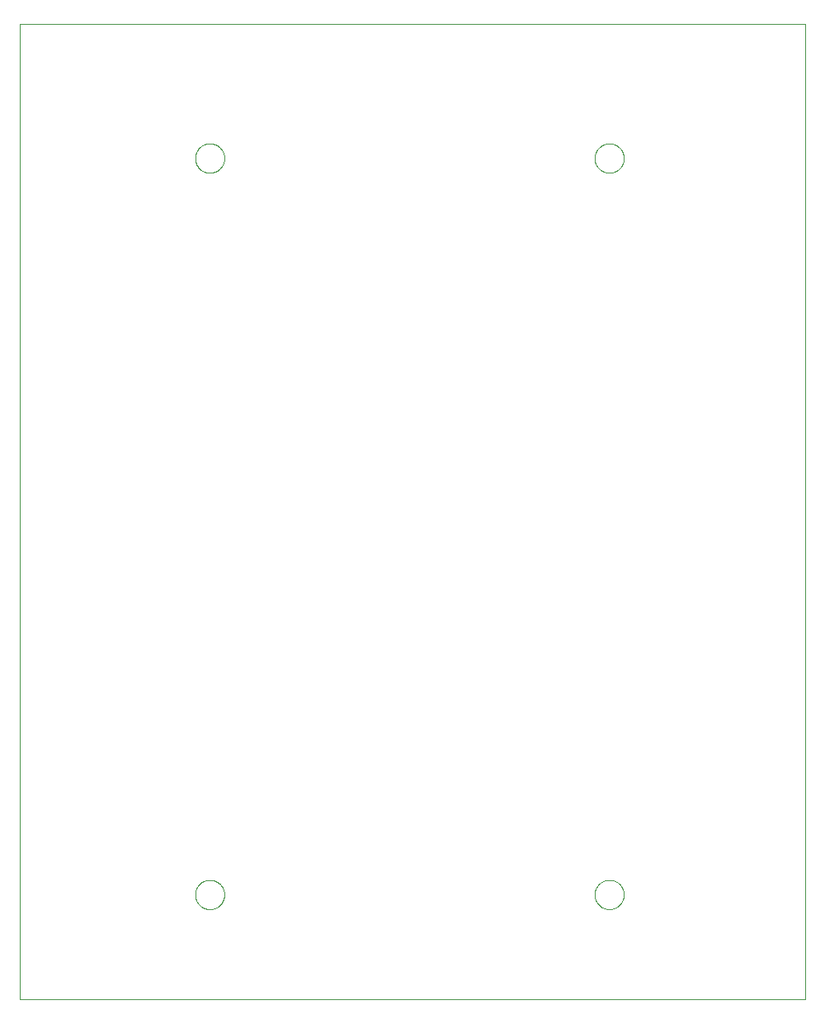
<source format=gto>
G75*
%MOIN*%
%OFA0B0*%
%FSLAX25Y25*%
%IPPOS*%
%LPD*%
%AMOC8*
5,1,8,0,0,1.08239X$1,22.5*
%
%ADD10C,0.00000*%
D10*
X0001000Y0001000D02*
X0001000Y0394701D01*
X0318421Y0394701D01*
X0318421Y0001000D01*
X0001000Y0001000D01*
X0071897Y0043402D02*
X0071899Y0043555D01*
X0071905Y0043709D01*
X0071915Y0043862D01*
X0071929Y0044014D01*
X0071947Y0044167D01*
X0071969Y0044318D01*
X0071994Y0044469D01*
X0072024Y0044620D01*
X0072058Y0044770D01*
X0072095Y0044918D01*
X0072136Y0045066D01*
X0072181Y0045212D01*
X0072230Y0045358D01*
X0072283Y0045502D01*
X0072339Y0045644D01*
X0072399Y0045785D01*
X0072463Y0045925D01*
X0072530Y0046063D01*
X0072601Y0046199D01*
X0072676Y0046333D01*
X0072753Y0046465D01*
X0072835Y0046595D01*
X0072919Y0046723D01*
X0073007Y0046849D01*
X0073098Y0046972D01*
X0073192Y0047093D01*
X0073290Y0047211D01*
X0073390Y0047327D01*
X0073494Y0047440D01*
X0073600Y0047551D01*
X0073709Y0047659D01*
X0073821Y0047764D01*
X0073935Y0047865D01*
X0074053Y0047964D01*
X0074172Y0048060D01*
X0074294Y0048153D01*
X0074419Y0048242D01*
X0074546Y0048329D01*
X0074675Y0048411D01*
X0074806Y0048491D01*
X0074939Y0048567D01*
X0075074Y0048640D01*
X0075211Y0048709D01*
X0075350Y0048774D01*
X0075490Y0048836D01*
X0075632Y0048894D01*
X0075775Y0048949D01*
X0075920Y0049000D01*
X0076066Y0049047D01*
X0076213Y0049090D01*
X0076361Y0049129D01*
X0076510Y0049165D01*
X0076660Y0049196D01*
X0076811Y0049224D01*
X0076962Y0049248D01*
X0077115Y0049268D01*
X0077267Y0049284D01*
X0077420Y0049296D01*
X0077573Y0049304D01*
X0077726Y0049308D01*
X0077880Y0049308D01*
X0078033Y0049304D01*
X0078186Y0049296D01*
X0078339Y0049284D01*
X0078491Y0049268D01*
X0078644Y0049248D01*
X0078795Y0049224D01*
X0078946Y0049196D01*
X0079096Y0049165D01*
X0079245Y0049129D01*
X0079393Y0049090D01*
X0079540Y0049047D01*
X0079686Y0049000D01*
X0079831Y0048949D01*
X0079974Y0048894D01*
X0080116Y0048836D01*
X0080256Y0048774D01*
X0080395Y0048709D01*
X0080532Y0048640D01*
X0080667Y0048567D01*
X0080800Y0048491D01*
X0080931Y0048411D01*
X0081060Y0048329D01*
X0081187Y0048242D01*
X0081312Y0048153D01*
X0081434Y0048060D01*
X0081553Y0047964D01*
X0081671Y0047865D01*
X0081785Y0047764D01*
X0081897Y0047659D01*
X0082006Y0047551D01*
X0082112Y0047440D01*
X0082216Y0047327D01*
X0082316Y0047211D01*
X0082414Y0047093D01*
X0082508Y0046972D01*
X0082599Y0046849D01*
X0082687Y0046723D01*
X0082771Y0046595D01*
X0082853Y0046465D01*
X0082930Y0046333D01*
X0083005Y0046199D01*
X0083076Y0046063D01*
X0083143Y0045925D01*
X0083207Y0045785D01*
X0083267Y0045644D01*
X0083323Y0045502D01*
X0083376Y0045358D01*
X0083425Y0045212D01*
X0083470Y0045066D01*
X0083511Y0044918D01*
X0083548Y0044770D01*
X0083582Y0044620D01*
X0083612Y0044469D01*
X0083637Y0044318D01*
X0083659Y0044167D01*
X0083677Y0044014D01*
X0083691Y0043862D01*
X0083701Y0043709D01*
X0083707Y0043555D01*
X0083709Y0043402D01*
X0083707Y0043249D01*
X0083701Y0043095D01*
X0083691Y0042942D01*
X0083677Y0042790D01*
X0083659Y0042637D01*
X0083637Y0042486D01*
X0083612Y0042335D01*
X0083582Y0042184D01*
X0083548Y0042034D01*
X0083511Y0041886D01*
X0083470Y0041738D01*
X0083425Y0041592D01*
X0083376Y0041446D01*
X0083323Y0041302D01*
X0083267Y0041160D01*
X0083207Y0041019D01*
X0083143Y0040879D01*
X0083076Y0040741D01*
X0083005Y0040605D01*
X0082930Y0040471D01*
X0082853Y0040339D01*
X0082771Y0040209D01*
X0082687Y0040081D01*
X0082599Y0039955D01*
X0082508Y0039832D01*
X0082414Y0039711D01*
X0082316Y0039593D01*
X0082216Y0039477D01*
X0082112Y0039364D01*
X0082006Y0039253D01*
X0081897Y0039145D01*
X0081785Y0039040D01*
X0081671Y0038939D01*
X0081553Y0038840D01*
X0081434Y0038744D01*
X0081312Y0038651D01*
X0081187Y0038562D01*
X0081060Y0038475D01*
X0080931Y0038393D01*
X0080800Y0038313D01*
X0080667Y0038237D01*
X0080532Y0038164D01*
X0080395Y0038095D01*
X0080256Y0038030D01*
X0080116Y0037968D01*
X0079974Y0037910D01*
X0079831Y0037855D01*
X0079686Y0037804D01*
X0079540Y0037757D01*
X0079393Y0037714D01*
X0079245Y0037675D01*
X0079096Y0037639D01*
X0078946Y0037608D01*
X0078795Y0037580D01*
X0078644Y0037556D01*
X0078491Y0037536D01*
X0078339Y0037520D01*
X0078186Y0037508D01*
X0078033Y0037500D01*
X0077880Y0037496D01*
X0077726Y0037496D01*
X0077573Y0037500D01*
X0077420Y0037508D01*
X0077267Y0037520D01*
X0077115Y0037536D01*
X0076962Y0037556D01*
X0076811Y0037580D01*
X0076660Y0037608D01*
X0076510Y0037639D01*
X0076361Y0037675D01*
X0076213Y0037714D01*
X0076066Y0037757D01*
X0075920Y0037804D01*
X0075775Y0037855D01*
X0075632Y0037910D01*
X0075490Y0037968D01*
X0075350Y0038030D01*
X0075211Y0038095D01*
X0075074Y0038164D01*
X0074939Y0038237D01*
X0074806Y0038313D01*
X0074675Y0038393D01*
X0074546Y0038475D01*
X0074419Y0038562D01*
X0074294Y0038651D01*
X0074172Y0038744D01*
X0074053Y0038840D01*
X0073935Y0038939D01*
X0073821Y0039040D01*
X0073709Y0039145D01*
X0073600Y0039253D01*
X0073494Y0039364D01*
X0073390Y0039477D01*
X0073290Y0039593D01*
X0073192Y0039711D01*
X0073098Y0039832D01*
X0073007Y0039955D01*
X0072919Y0040081D01*
X0072835Y0040209D01*
X0072753Y0040339D01*
X0072676Y0040471D01*
X0072601Y0040605D01*
X0072530Y0040741D01*
X0072463Y0040879D01*
X0072399Y0041019D01*
X0072339Y0041160D01*
X0072283Y0041302D01*
X0072230Y0041446D01*
X0072181Y0041592D01*
X0072136Y0041738D01*
X0072095Y0041886D01*
X0072058Y0042034D01*
X0072024Y0042184D01*
X0071994Y0042335D01*
X0071969Y0042486D01*
X0071947Y0042637D01*
X0071929Y0042790D01*
X0071915Y0042942D01*
X0071905Y0043095D01*
X0071899Y0043249D01*
X0071897Y0043402D01*
X0233314Y0043402D02*
X0233316Y0043555D01*
X0233322Y0043709D01*
X0233332Y0043862D01*
X0233346Y0044014D01*
X0233364Y0044167D01*
X0233386Y0044318D01*
X0233411Y0044469D01*
X0233441Y0044620D01*
X0233475Y0044770D01*
X0233512Y0044918D01*
X0233553Y0045066D01*
X0233598Y0045212D01*
X0233647Y0045358D01*
X0233700Y0045502D01*
X0233756Y0045644D01*
X0233816Y0045785D01*
X0233880Y0045925D01*
X0233947Y0046063D01*
X0234018Y0046199D01*
X0234093Y0046333D01*
X0234170Y0046465D01*
X0234252Y0046595D01*
X0234336Y0046723D01*
X0234424Y0046849D01*
X0234515Y0046972D01*
X0234609Y0047093D01*
X0234707Y0047211D01*
X0234807Y0047327D01*
X0234911Y0047440D01*
X0235017Y0047551D01*
X0235126Y0047659D01*
X0235238Y0047764D01*
X0235352Y0047865D01*
X0235470Y0047964D01*
X0235589Y0048060D01*
X0235711Y0048153D01*
X0235836Y0048242D01*
X0235963Y0048329D01*
X0236092Y0048411D01*
X0236223Y0048491D01*
X0236356Y0048567D01*
X0236491Y0048640D01*
X0236628Y0048709D01*
X0236767Y0048774D01*
X0236907Y0048836D01*
X0237049Y0048894D01*
X0237192Y0048949D01*
X0237337Y0049000D01*
X0237483Y0049047D01*
X0237630Y0049090D01*
X0237778Y0049129D01*
X0237927Y0049165D01*
X0238077Y0049196D01*
X0238228Y0049224D01*
X0238379Y0049248D01*
X0238532Y0049268D01*
X0238684Y0049284D01*
X0238837Y0049296D01*
X0238990Y0049304D01*
X0239143Y0049308D01*
X0239297Y0049308D01*
X0239450Y0049304D01*
X0239603Y0049296D01*
X0239756Y0049284D01*
X0239908Y0049268D01*
X0240061Y0049248D01*
X0240212Y0049224D01*
X0240363Y0049196D01*
X0240513Y0049165D01*
X0240662Y0049129D01*
X0240810Y0049090D01*
X0240957Y0049047D01*
X0241103Y0049000D01*
X0241248Y0048949D01*
X0241391Y0048894D01*
X0241533Y0048836D01*
X0241673Y0048774D01*
X0241812Y0048709D01*
X0241949Y0048640D01*
X0242084Y0048567D01*
X0242217Y0048491D01*
X0242348Y0048411D01*
X0242477Y0048329D01*
X0242604Y0048242D01*
X0242729Y0048153D01*
X0242851Y0048060D01*
X0242970Y0047964D01*
X0243088Y0047865D01*
X0243202Y0047764D01*
X0243314Y0047659D01*
X0243423Y0047551D01*
X0243529Y0047440D01*
X0243633Y0047327D01*
X0243733Y0047211D01*
X0243831Y0047093D01*
X0243925Y0046972D01*
X0244016Y0046849D01*
X0244104Y0046723D01*
X0244188Y0046595D01*
X0244270Y0046465D01*
X0244347Y0046333D01*
X0244422Y0046199D01*
X0244493Y0046063D01*
X0244560Y0045925D01*
X0244624Y0045785D01*
X0244684Y0045644D01*
X0244740Y0045502D01*
X0244793Y0045358D01*
X0244842Y0045212D01*
X0244887Y0045066D01*
X0244928Y0044918D01*
X0244965Y0044770D01*
X0244999Y0044620D01*
X0245029Y0044469D01*
X0245054Y0044318D01*
X0245076Y0044167D01*
X0245094Y0044014D01*
X0245108Y0043862D01*
X0245118Y0043709D01*
X0245124Y0043555D01*
X0245126Y0043402D01*
X0245124Y0043249D01*
X0245118Y0043095D01*
X0245108Y0042942D01*
X0245094Y0042790D01*
X0245076Y0042637D01*
X0245054Y0042486D01*
X0245029Y0042335D01*
X0244999Y0042184D01*
X0244965Y0042034D01*
X0244928Y0041886D01*
X0244887Y0041738D01*
X0244842Y0041592D01*
X0244793Y0041446D01*
X0244740Y0041302D01*
X0244684Y0041160D01*
X0244624Y0041019D01*
X0244560Y0040879D01*
X0244493Y0040741D01*
X0244422Y0040605D01*
X0244347Y0040471D01*
X0244270Y0040339D01*
X0244188Y0040209D01*
X0244104Y0040081D01*
X0244016Y0039955D01*
X0243925Y0039832D01*
X0243831Y0039711D01*
X0243733Y0039593D01*
X0243633Y0039477D01*
X0243529Y0039364D01*
X0243423Y0039253D01*
X0243314Y0039145D01*
X0243202Y0039040D01*
X0243088Y0038939D01*
X0242970Y0038840D01*
X0242851Y0038744D01*
X0242729Y0038651D01*
X0242604Y0038562D01*
X0242477Y0038475D01*
X0242348Y0038393D01*
X0242217Y0038313D01*
X0242084Y0038237D01*
X0241949Y0038164D01*
X0241812Y0038095D01*
X0241673Y0038030D01*
X0241533Y0037968D01*
X0241391Y0037910D01*
X0241248Y0037855D01*
X0241103Y0037804D01*
X0240957Y0037757D01*
X0240810Y0037714D01*
X0240662Y0037675D01*
X0240513Y0037639D01*
X0240363Y0037608D01*
X0240212Y0037580D01*
X0240061Y0037556D01*
X0239908Y0037536D01*
X0239756Y0037520D01*
X0239603Y0037508D01*
X0239450Y0037500D01*
X0239297Y0037496D01*
X0239143Y0037496D01*
X0238990Y0037500D01*
X0238837Y0037508D01*
X0238684Y0037520D01*
X0238532Y0037536D01*
X0238379Y0037556D01*
X0238228Y0037580D01*
X0238077Y0037608D01*
X0237927Y0037639D01*
X0237778Y0037675D01*
X0237630Y0037714D01*
X0237483Y0037757D01*
X0237337Y0037804D01*
X0237192Y0037855D01*
X0237049Y0037910D01*
X0236907Y0037968D01*
X0236767Y0038030D01*
X0236628Y0038095D01*
X0236491Y0038164D01*
X0236356Y0038237D01*
X0236223Y0038313D01*
X0236092Y0038393D01*
X0235963Y0038475D01*
X0235836Y0038562D01*
X0235711Y0038651D01*
X0235589Y0038744D01*
X0235470Y0038840D01*
X0235352Y0038939D01*
X0235238Y0039040D01*
X0235126Y0039145D01*
X0235017Y0039253D01*
X0234911Y0039364D01*
X0234807Y0039477D01*
X0234707Y0039593D01*
X0234609Y0039711D01*
X0234515Y0039832D01*
X0234424Y0039955D01*
X0234336Y0040081D01*
X0234252Y0040209D01*
X0234170Y0040339D01*
X0234093Y0040471D01*
X0234018Y0040605D01*
X0233947Y0040741D01*
X0233880Y0040879D01*
X0233816Y0041019D01*
X0233756Y0041160D01*
X0233700Y0041302D01*
X0233647Y0041446D01*
X0233598Y0041592D01*
X0233553Y0041738D01*
X0233512Y0041886D01*
X0233475Y0042034D01*
X0233441Y0042184D01*
X0233411Y0042335D01*
X0233386Y0042486D01*
X0233364Y0042637D01*
X0233346Y0042790D01*
X0233332Y0042942D01*
X0233322Y0043095D01*
X0233316Y0043249D01*
X0233314Y0043402D01*
X0233314Y0340646D02*
X0233316Y0340799D01*
X0233322Y0340953D01*
X0233332Y0341106D01*
X0233346Y0341258D01*
X0233364Y0341411D01*
X0233386Y0341562D01*
X0233411Y0341713D01*
X0233441Y0341864D01*
X0233475Y0342014D01*
X0233512Y0342162D01*
X0233553Y0342310D01*
X0233598Y0342456D01*
X0233647Y0342602D01*
X0233700Y0342746D01*
X0233756Y0342888D01*
X0233816Y0343029D01*
X0233880Y0343169D01*
X0233947Y0343307D01*
X0234018Y0343443D01*
X0234093Y0343577D01*
X0234170Y0343709D01*
X0234252Y0343839D01*
X0234336Y0343967D01*
X0234424Y0344093D01*
X0234515Y0344216D01*
X0234609Y0344337D01*
X0234707Y0344455D01*
X0234807Y0344571D01*
X0234911Y0344684D01*
X0235017Y0344795D01*
X0235126Y0344903D01*
X0235238Y0345008D01*
X0235352Y0345109D01*
X0235470Y0345208D01*
X0235589Y0345304D01*
X0235711Y0345397D01*
X0235836Y0345486D01*
X0235963Y0345573D01*
X0236092Y0345655D01*
X0236223Y0345735D01*
X0236356Y0345811D01*
X0236491Y0345884D01*
X0236628Y0345953D01*
X0236767Y0346018D01*
X0236907Y0346080D01*
X0237049Y0346138D01*
X0237192Y0346193D01*
X0237337Y0346244D01*
X0237483Y0346291D01*
X0237630Y0346334D01*
X0237778Y0346373D01*
X0237927Y0346409D01*
X0238077Y0346440D01*
X0238228Y0346468D01*
X0238379Y0346492D01*
X0238532Y0346512D01*
X0238684Y0346528D01*
X0238837Y0346540D01*
X0238990Y0346548D01*
X0239143Y0346552D01*
X0239297Y0346552D01*
X0239450Y0346548D01*
X0239603Y0346540D01*
X0239756Y0346528D01*
X0239908Y0346512D01*
X0240061Y0346492D01*
X0240212Y0346468D01*
X0240363Y0346440D01*
X0240513Y0346409D01*
X0240662Y0346373D01*
X0240810Y0346334D01*
X0240957Y0346291D01*
X0241103Y0346244D01*
X0241248Y0346193D01*
X0241391Y0346138D01*
X0241533Y0346080D01*
X0241673Y0346018D01*
X0241812Y0345953D01*
X0241949Y0345884D01*
X0242084Y0345811D01*
X0242217Y0345735D01*
X0242348Y0345655D01*
X0242477Y0345573D01*
X0242604Y0345486D01*
X0242729Y0345397D01*
X0242851Y0345304D01*
X0242970Y0345208D01*
X0243088Y0345109D01*
X0243202Y0345008D01*
X0243314Y0344903D01*
X0243423Y0344795D01*
X0243529Y0344684D01*
X0243633Y0344571D01*
X0243733Y0344455D01*
X0243831Y0344337D01*
X0243925Y0344216D01*
X0244016Y0344093D01*
X0244104Y0343967D01*
X0244188Y0343839D01*
X0244270Y0343709D01*
X0244347Y0343577D01*
X0244422Y0343443D01*
X0244493Y0343307D01*
X0244560Y0343169D01*
X0244624Y0343029D01*
X0244684Y0342888D01*
X0244740Y0342746D01*
X0244793Y0342602D01*
X0244842Y0342456D01*
X0244887Y0342310D01*
X0244928Y0342162D01*
X0244965Y0342014D01*
X0244999Y0341864D01*
X0245029Y0341713D01*
X0245054Y0341562D01*
X0245076Y0341411D01*
X0245094Y0341258D01*
X0245108Y0341106D01*
X0245118Y0340953D01*
X0245124Y0340799D01*
X0245126Y0340646D01*
X0245124Y0340493D01*
X0245118Y0340339D01*
X0245108Y0340186D01*
X0245094Y0340034D01*
X0245076Y0339881D01*
X0245054Y0339730D01*
X0245029Y0339579D01*
X0244999Y0339428D01*
X0244965Y0339278D01*
X0244928Y0339130D01*
X0244887Y0338982D01*
X0244842Y0338836D01*
X0244793Y0338690D01*
X0244740Y0338546D01*
X0244684Y0338404D01*
X0244624Y0338263D01*
X0244560Y0338123D01*
X0244493Y0337985D01*
X0244422Y0337849D01*
X0244347Y0337715D01*
X0244270Y0337583D01*
X0244188Y0337453D01*
X0244104Y0337325D01*
X0244016Y0337199D01*
X0243925Y0337076D01*
X0243831Y0336955D01*
X0243733Y0336837D01*
X0243633Y0336721D01*
X0243529Y0336608D01*
X0243423Y0336497D01*
X0243314Y0336389D01*
X0243202Y0336284D01*
X0243088Y0336183D01*
X0242970Y0336084D01*
X0242851Y0335988D01*
X0242729Y0335895D01*
X0242604Y0335806D01*
X0242477Y0335719D01*
X0242348Y0335637D01*
X0242217Y0335557D01*
X0242084Y0335481D01*
X0241949Y0335408D01*
X0241812Y0335339D01*
X0241673Y0335274D01*
X0241533Y0335212D01*
X0241391Y0335154D01*
X0241248Y0335099D01*
X0241103Y0335048D01*
X0240957Y0335001D01*
X0240810Y0334958D01*
X0240662Y0334919D01*
X0240513Y0334883D01*
X0240363Y0334852D01*
X0240212Y0334824D01*
X0240061Y0334800D01*
X0239908Y0334780D01*
X0239756Y0334764D01*
X0239603Y0334752D01*
X0239450Y0334744D01*
X0239297Y0334740D01*
X0239143Y0334740D01*
X0238990Y0334744D01*
X0238837Y0334752D01*
X0238684Y0334764D01*
X0238532Y0334780D01*
X0238379Y0334800D01*
X0238228Y0334824D01*
X0238077Y0334852D01*
X0237927Y0334883D01*
X0237778Y0334919D01*
X0237630Y0334958D01*
X0237483Y0335001D01*
X0237337Y0335048D01*
X0237192Y0335099D01*
X0237049Y0335154D01*
X0236907Y0335212D01*
X0236767Y0335274D01*
X0236628Y0335339D01*
X0236491Y0335408D01*
X0236356Y0335481D01*
X0236223Y0335557D01*
X0236092Y0335637D01*
X0235963Y0335719D01*
X0235836Y0335806D01*
X0235711Y0335895D01*
X0235589Y0335988D01*
X0235470Y0336084D01*
X0235352Y0336183D01*
X0235238Y0336284D01*
X0235126Y0336389D01*
X0235017Y0336497D01*
X0234911Y0336608D01*
X0234807Y0336721D01*
X0234707Y0336837D01*
X0234609Y0336955D01*
X0234515Y0337076D01*
X0234424Y0337199D01*
X0234336Y0337325D01*
X0234252Y0337453D01*
X0234170Y0337583D01*
X0234093Y0337715D01*
X0234018Y0337849D01*
X0233947Y0337985D01*
X0233880Y0338123D01*
X0233816Y0338263D01*
X0233756Y0338404D01*
X0233700Y0338546D01*
X0233647Y0338690D01*
X0233598Y0338836D01*
X0233553Y0338982D01*
X0233512Y0339130D01*
X0233475Y0339278D01*
X0233441Y0339428D01*
X0233411Y0339579D01*
X0233386Y0339730D01*
X0233364Y0339881D01*
X0233346Y0340034D01*
X0233332Y0340186D01*
X0233322Y0340339D01*
X0233316Y0340493D01*
X0233314Y0340646D01*
X0071897Y0340646D02*
X0071899Y0340799D01*
X0071905Y0340953D01*
X0071915Y0341106D01*
X0071929Y0341258D01*
X0071947Y0341411D01*
X0071969Y0341562D01*
X0071994Y0341713D01*
X0072024Y0341864D01*
X0072058Y0342014D01*
X0072095Y0342162D01*
X0072136Y0342310D01*
X0072181Y0342456D01*
X0072230Y0342602D01*
X0072283Y0342746D01*
X0072339Y0342888D01*
X0072399Y0343029D01*
X0072463Y0343169D01*
X0072530Y0343307D01*
X0072601Y0343443D01*
X0072676Y0343577D01*
X0072753Y0343709D01*
X0072835Y0343839D01*
X0072919Y0343967D01*
X0073007Y0344093D01*
X0073098Y0344216D01*
X0073192Y0344337D01*
X0073290Y0344455D01*
X0073390Y0344571D01*
X0073494Y0344684D01*
X0073600Y0344795D01*
X0073709Y0344903D01*
X0073821Y0345008D01*
X0073935Y0345109D01*
X0074053Y0345208D01*
X0074172Y0345304D01*
X0074294Y0345397D01*
X0074419Y0345486D01*
X0074546Y0345573D01*
X0074675Y0345655D01*
X0074806Y0345735D01*
X0074939Y0345811D01*
X0075074Y0345884D01*
X0075211Y0345953D01*
X0075350Y0346018D01*
X0075490Y0346080D01*
X0075632Y0346138D01*
X0075775Y0346193D01*
X0075920Y0346244D01*
X0076066Y0346291D01*
X0076213Y0346334D01*
X0076361Y0346373D01*
X0076510Y0346409D01*
X0076660Y0346440D01*
X0076811Y0346468D01*
X0076962Y0346492D01*
X0077115Y0346512D01*
X0077267Y0346528D01*
X0077420Y0346540D01*
X0077573Y0346548D01*
X0077726Y0346552D01*
X0077880Y0346552D01*
X0078033Y0346548D01*
X0078186Y0346540D01*
X0078339Y0346528D01*
X0078491Y0346512D01*
X0078644Y0346492D01*
X0078795Y0346468D01*
X0078946Y0346440D01*
X0079096Y0346409D01*
X0079245Y0346373D01*
X0079393Y0346334D01*
X0079540Y0346291D01*
X0079686Y0346244D01*
X0079831Y0346193D01*
X0079974Y0346138D01*
X0080116Y0346080D01*
X0080256Y0346018D01*
X0080395Y0345953D01*
X0080532Y0345884D01*
X0080667Y0345811D01*
X0080800Y0345735D01*
X0080931Y0345655D01*
X0081060Y0345573D01*
X0081187Y0345486D01*
X0081312Y0345397D01*
X0081434Y0345304D01*
X0081553Y0345208D01*
X0081671Y0345109D01*
X0081785Y0345008D01*
X0081897Y0344903D01*
X0082006Y0344795D01*
X0082112Y0344684D01*
X0082216Y0344571D01*
X0082316Y0344455D01*
X0082414Y0344337D01*
X0082508Y0344216D01*
X0082599Y0344093D01*
X0082687Y0343967D01*
X0082771Y0343839D01*
X0082853Y0343709D01*
X0082930Y0343577D01*
X0083005Y0343443D01*
X0083076Y0343307D01*
X0083143Y0343169D01*
X0083207Y0343029D01*
X0083267Y0342888D01*
X0083323Y0342746D01*
X0083376Y0342602D01*
X0083425Y0342456D01*
X0083470Y0342310D01*
X0083511Y0342162D01*
X0083548Y0342014D01*
X0083582Y0341864D01*
X0083612Y0341713D01*
X0083637Y0341562D01*
X0083659Y0341411D01*
X0083677Y0341258D01*
X0083691Y0341106D01*
X0083701Y0340953D01*
X0083707Y0340799D01*
X0083709Y0340646D01*
X0083707Y0340493D01*
X0083701Y0340339D01*
X0083691Y0340186D01*
X0083677Y0340034D01*
X0083659Y0339881D01*
X0083637Y0339730D01*
X0083612Y0339579D01*
X0083582Y0339428D01*
X0083548Y0339278D01*
X0083511Y0339130D01*
X0083470Y0338982D01*
X0083425Y0338836D01*
X0083376Y0338690D01*
X0083323Y0338546D01*
X0083267Y0338404D01*
X0083207Y0338263D01*
X0083143Y0338123D01*
X0083076Y0337985D01*
X0083005Y0337849D01*
X0082930Y0337715D01*
X0082853Y0337583D01*
X0082771Y0337453D01*
X0082687Y0337325D01*
X0082599Y0337199D01*
X0082508Y0337076D01*
X0082414Y0336955D01*
X0082316Y0336837D01*
X0082216Y0336721D01*
X0082112Y0336608D01*
X0082006Y0336497D01*
X0081897Y0336389D01*
X0081785Y0336284D01*
X0081671Y0336183D01*
X0081553Y0336084D01*
X0081434Y0335988D01*
X0081312Y0335895D01*
X0081187Y0335806D01*
X0081060Y0335719D01*
X0080931Y0335637D01*
X0080800Y0335557D01*
X0080667Y0335481D01*
X0080532Y0335408D01*
X0080395Y0335339D01*
X0080256Y0335274D01*
X0080116Y0335212D01*
X0079974Y0335154D01*
X0079831Y0335099D01*
X0079686Y0335048D01*
X0079540Y0335001D01*
X0079393Y0334958D01*
X0079245Y0334919D01*
X0079096Y0334883D01*
X0078946Y0334852D01*
X0078795Y0334824D01*
X0078644Y0334800D01*
X0078491Y0334780D01*
X0078339Y0334764D01*
X0078186Y0334752D01*
X0078033Y0334744D01*
X0077880Y0334740D01*
X0077726Y0334740D01*
X0077573Y0334744D01*
X0077420Y0334752D01*
X0077267Y0334764D01*
X0077115Y0334780D01*
X0076962Y0334800D01*
X0076811Y0334824D01*
X0076660Y0334852D01*
X0076510Y0334883D01*
X0076361Y0334919D01*
X0076213Y0334958D01*
X0076066Y0335001D01*
X0075920Y0335048D01*
X0075775Y0335099D01*
X0075632Y0335154D01*
X0075490Y0335212D01*
X0075350Y0335274D01*
X0075211Y0335339D01*
X0075074Y0335408D01*
X0074939Y0335481D01*
X0074806Y0335557D01*
X0074675Y0335637D01*
X0074546Y0335719D01*
X0074419Y0335806D01*
X0074294Y0335895D01*
X0074172Y0335988D01*
X0074053Y0336084D01*
X0073935Y0336183D01*
X0073821Y0336284D01*
X0073709Y0336389D01*
X0073600Y0336497D01*
X0073494Y0336608D01*
X0073390Y0336721D01*
X0073290Y0336837D01*
X0073192Y0336955D01*
X0073098Y0337076D01*
X0073007Y0337199D01*
X0072919Y0337325D01*
X0072835Y0337453D01*
X0072753Y0337583D01*
X0072676Y0337715D01*
X0072601Y0337849D01*
X0072530Y0337985D01*
X0072463Y0338123D01*
X0072399Y0338263D01*
X0072339Y0338404D01*
X0072283Y0338546D01*
X0072230Y0338690D01*
X0072181Y0338836D01*
X0072136Y0338982D01*
X0072095Y0339130D01*
X0072058Y0339278D01*
X0072024Y0339428D01*
X0071994Y0339579D01*
X0071969Y0339730D01*
X0071947Y0339881D01*
X0071929Y0340034D01*
X0071915Y0340186D01*
X0071905Y0340339D01*
X0071899Y0340493D01*
X0071897Y0340646D01*
M02*

</source>
